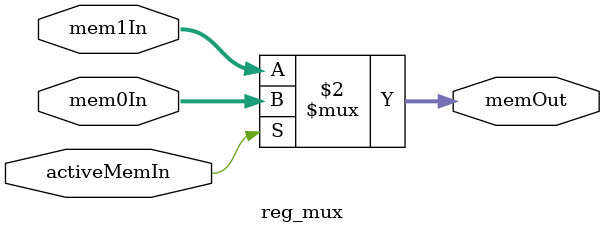
<source format=v>
module reg_mux #(
    parameter NUMREGS = 8
) (
    input  wire [(NUMREGS * 8) - 1 : 0] mem0In,
    input  wire [(NUMREGS * 8) - 1 : 0] mem1In,
    input  wire                         activeMemIn,
    output wire [(NUMREGS * 8) - 1 : 0] memOut
);
    // If memory-0 is active then assign memory-1 else
    // assign memory-0.
    assign memOut = ~activeMemIn ? mem1In : mem0In;

endmodule
</source>
